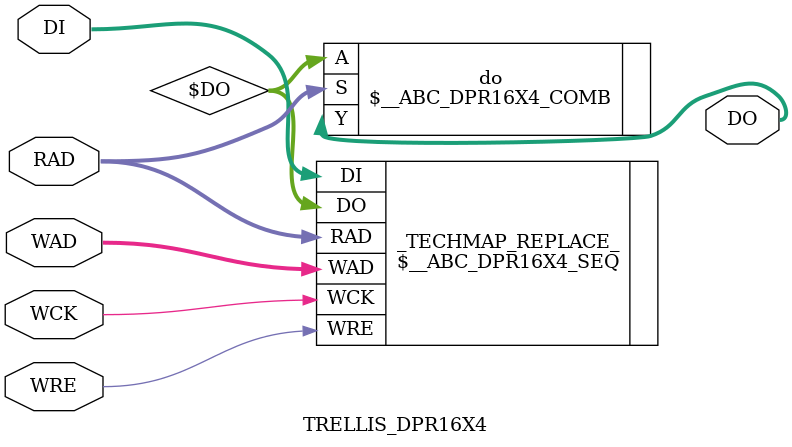
<source format=v>

module TRELLIS_DPR16X4 (
	input  [3:0] DI,
	input  [3:0] WAD,
	input        WRE,
	input        WCK,
	input  [3:0] RAD,
	output [3:0] DO
);
	parameter WCKMUX = "WCK";
	parameter WREMUX = "WRE";
	parameter [63:0] INITVAL = 64'h0000000000000000;
    wire [3:0] \$DO ;

    \$__ABC_DPR16X4_SEQ #(
      .WCKMUX(WCKMUX), .WREMUX(WREMUX), .INITVAL(INITVAL)
    ) _TECHMAP_REPLACE_ (
      .DI(DI), .WAD(WAD), .WRE(WRE), .WCK(WCK),
      .RAD(RAD), .DO(\$DO )
    );

    \$__ABC_DPR16X4_COMB do (.A(\$DO ), .S(RAD), .Y(DO));
endmodule

</source>
